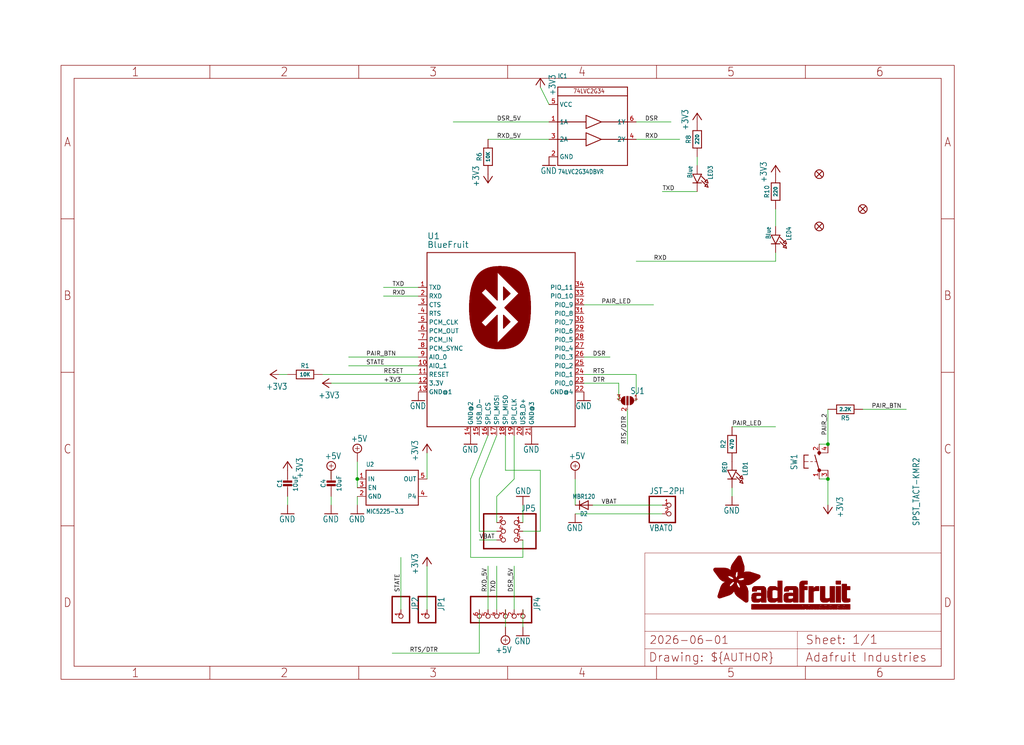
<source format=kicad_sch>
(kicad_sch (version 20230121) (generator eeschema)
  (paper "User" 298.45 217.322)
  (lib_symbols
    (symbol "working-eagle-import:+3V3" (power)
      (property "Value" "+3V3" (at -2.54 -5.08 90))
      (symbol "+3V3_1_0"
        (pin power_in line (at 0 -2.54 90) (length 2.54) (name "+3V3") (number "1"))
      )
    )
    (symbol "working-eagle-import:+5V" (power)
      (property "Value" "+5V" (at -1.905 3.175 0))
      (symbol "+5V_1_0"
        (pin power_in line (at 0 -2.54 90) (length 2.54) (name "+5V") (number "1"))
      )
    )
    (symbol "working-eagle-import:74LVC2G34DBVR"
      (property "Reference" "IC" (at -7.62 15.24 0))
      (symbol "74LVC2G34DBVR_1_0"
        (text "74LVC2G34" (at -3.175 10.795 0) (effects (font (size 1.27 1.0795)) (justify left bottom)))
        (pin input line (at -10.16 2.54 0) (length 2.54) (name "1A") (number "1"))
        (pin power_in line (at -10.16 -7.62 0) (length 2.54) (name "GND") (number "2"))
        (pin input line (at -10.16 -2.54 0) (length 2.54) (name "2A") (number "3"))
        (pin output line (at 15.24 -2.54 180) (length 2.54) (name "2Y") (number "4"))
        (pin power_in line (at -10.16 7.62 0) (length 2.54) (name "VCC") (number "5"))
        (pin output line (at 15.24 2.54 180) (length 2.54) (name "1Y") (number "6"))
      )
    )
    (symbol "working-eagle-import:BLUETOOTH_MODULE"
      (property "Reference" "U" (at -20.32 29.21 0))
      (symbol "BLUETOOTH_MODULE_1_0"
        (pin bidirectional line (at -22.86 15.24 0) (length 2.54) (name "TXD") (number "1"))
        (pin bidirectional line (at -22.86 -7.62 0) (length 2.54) (name "AIO_1") (number "10"))
        (pin bidirectional line (at -22.86 -10.16 0) (length 2.54) (name "RESET") (number "11"))
        (pin power_in line (at -22.86 -12.7 0) (length 2.54) (name "3.3V") (number "12"))
        (pin power_in line (at -22.86 -15.24 0) (length 2.54) (name "GND@1") (number "13"))
        (pin power_in line (at -7.62 -27.94 90) (length 2.54) (name "GND@2") (number "14"))
        (pin bidirectional line (at -5.08 -27.94 90) (length 2.54) (name "USB_D-") (number "15"))
        (pin bidirectional line (at -2.54 -27.94 90) (length 2.54) (name "SPI_CS") (number "16"))
        (pin bidirectional line (at 0 -27.94 90) (length 2.54) (name "SPI_MOSI") (number "17"))
        (pin bidirectional line (at 2.54 -27.94 90) (length 2.54) (name "SPI_MISO") (number "18"))
        (pin bidirectional line (at 5.08 -27.94 90) (length 2.54) (name "SPI_CLK") (number "19"))
        (pin bidirectional line (at -22.86 12.7 0) (length 2.54) (name "RXD") (number "2"))
        (pin bidirectional line (at 7.62 -27.94 90) (length 2.54) (name "USB_D+") (number "20"))
        (pin power_in line (at 10.16 -27.94 90) (length 2.54) (name "GND@3") (number "21"))
        (pin power_in line (at 25.4 -15.24 180) (length 2.54) (name "GND@4") (number "22"))
        (pin bidirectional line (at 25.4 -12.7 180) (length 2.54) (name "PIO_0") (number "23"))
        (pin bidirectional line (at 25.4 -10.16 180) (length 2.54) (name "PIO_1") (number "24"))
        (pin bidirectional line (at 25.4 -7.62 180) (length 2.54) (name "PIO_2") (number "25"))
        (pin bidirectional line (at 25.4 -5.08 180) (length 2.54) (name "PIO_3") (number "26"))
        (pin bidirectional line (at 25.4 -2.54 180) (length 2.54) (name "PIO_4") (number "27"))
        (pin bidirectional line (at 25.4 0 180) (length 2.54) (name "PIO_5") (number "28"))
        (pin bidirectional line (at 25.4 2.54 180) (length 2.54) (name "PIO_6") (number "29"))
        (pin bidirectional line (at -22.86 10.16 0) (length 2.54) (name "CTS") (number "3"))
        (pin bidirectional line (at 25.4 5.08 180) (length 2.54) (name "PIO_7") (number "30"))
        (pin bidirectional line (at 25.4 7.62 180) (length 2.54) (name "PIO_8") (number "31"))
        (pin bidirectional line (at 25.4 10.16 180) (length 2.54) (name "PIO_9") (number "32"))
        (pin bidirectional line (at 25.4 12.7 180) (length 2.54) (name "PIO_10") (number "33"))
        (pin bidirectional line (at 25.4 15.24 180) (length 2.54) (name "PIO_11") (number "34"))
        (pin bidirectional line (at -22.86 7.62 0) (length 2.54) (name "RTS") (number "4"))
        (pin bidirectional line (at -22.86 5.08 0) (length 2.54) (name "PCM_CLK") (number "5"))
        (pin bidirectional line (at -22.86 2.54 0) (length 2.54) (name "PCM_OUT") (number "6"))
        (pin bidirectional line (at -22.86 0 0) (length 2.54) (name "PCM_IN") (number "7"))
        (pin bidirectional line (at -22.86 -2.54 0) (length 2.54) (name "PCM_SYNC") (number "8"))
        (pin bidirectional line (at -22.86 -5.08 0) (length 2.54) (name "AIO_0") (number "9"))
      )
    )
    (symbol "working-eagle-import:CAP_CERAMIC0805-NOOUTLINE"
      (property "Reference" "C" (at -2.29 1.25 90))
      (symbol "CAP_CERAMIC0805-NOOUTLINE_1_0"
        (pin passive line (at 0 5.08 270) (length 2.54) (name "1") (number "1"))
        (pin passive line (at 0 -2.54 90) (length 2.54) (name "2") (number "2"))
      )
    )
    (symbol "working-eagle-import:DIODESOD-123"
      (property "Reference" "D" (at 0 2.54 0))
      (symbol "DIODESOD-123_1_0"
        (pin passive line (at -2.54 0 0) (length 2.54) (name "A") (number "A"))
        (pin passive line (at 2.54 0 180) (length 2.54) (name "C") (number "C"))
      )
    )
    (symbol "working-eagle-import:FIDUCIAL{dblquote}{dblquote}")
    (symbol "working-eagle-import:FRAME_A4_ADAFRUIT"
      (symbol "FRAME_A4_ADAFRUIT_1_0"
        (text "${#}/${##}" (at 230.505 10.16 0) (effects (font (size 2.54 2.54)) (justify left bottom)))
        (text "${AUTHOR}" (at 189.23 5.08 0) (effects (font (size 2.286 2.286)) (justify left bottom)))
        (text "${CURRENT_DATE}" (at 171.45 10.16 0) (effects (font (size 2.286 2.286)) (justify left bottom)))
        (text "${PROJECTNAME}" (at 171.45 15.24 0) (effects (font (size 2.54 2.54)) (justify left bottom)))
        (text "1" (at 21.6958 1.905 0) (effects (font (size 2.54 2.286))))
        (text "1" (at 21.6958 177.165 0) (effects (font (size 2.54 2.286))))
        (text "2" (at 65.0875 1.905 0) (effects (font (size 2.54 2.286))))
        (text "2" (at 65.0875 177.165 0) (effects (font (size 2.54 2.286))))
        (text "3" (at 108.4792 1.905 0) (effects (font (size 2.54 2.286))))
        (text "3" (at 108.4792 177.165 0) (effects (font (size 2.54 2.286))))
        (text "4" (at 151.8708 1.905 0) (effects (font (size 2.54 2.286))))
        (text "4" (at 151.8708 177.165 0) (effects (font (size 2.54 2.286))))
        (text "5" (at 195.2625 1.905 0) (effects (font (size 2.54 2.286))))
        (text "5" (at 195.2625 177.165 0) (effects (font (size 2.54 2.286))))
        (text "6" (at 238.6542 1.905 0) (effects (font (size 2.54 2.286))))
        (text "6" (at 238.6542 177.165 0) (effects (font (size 2.54 2.286))))
        (text "A" (at 1.905 156.6863 0) (effects (font (size 2.54 2.286))))
        (text "A" (at 258.445 156.6863 0) (effects (font (size 2.54 2.286))))
        (text "Adafruit Industries" (at 216.916 4.953 0) (effects (font (size 2.54 2.54)) (justify left bottom)))
        (text "B" (at 1.905 111.9188 0) (effects (font (size 2.54 2.286))))
        (text "B" (at 258.445 111.9188 0) (effects (font (size 2.54 2.286))))
        (text "C" (at 1.905 67.1513 0) (effects (font (size 2.54 2.286))))
        (text "C" (at 258.445 67.1513 0) (effects (font (size 2.54 2.286))))
        (text "D" (at 1.905 22.3838 0) (effects (font (size 2.54 2.286))))
        (text "D" (at 258.445 22.3838 0) (effects (font (size 2.54 2.286))))
        (text "Drawing:" (at 171.196 4.953 0) (effects (font (size 2.54 2.54)) (justify left bottom)))
        (text "Sheet:" (at 216.916 10.033 0) (effects (font (size 2.54 2.54)) (justify left bottom)))
      )
    )
    (symbol "working-eagle-import:GND" (power)
      (property "Value" "GND" (at -2.54 -2.54 0))
      (symbol "GND_1_0"
        (pin power_in line (at 0 2.54 270) (length 2.54) (name "GND") (number "1"))
      )
    )
    (symbol "working-eagle-import:HEADER-2X3"
      (property "Reference" "JP" (at -8.89 5.715 0))
      (symbol "HEADER-2X3_1_0"
        (pin passive inverted (at -5.08 2.54 0) (length 2.54) (name "1") (number "1"))
        (pin passive inverted (at 2.54 2.54 180) (length 2.54) (name "2") (number "2"))
        (pin passive inverted (at -5.08 0 0) (length 2.54) (name "3") (number "3"))
        (pin passive inverted (at 2.54 0 180) (length 2.54) (name "4") (number "4"))
        (pin passive inverted (at -5.08 -2.54 0) (length 2.54) (name "5") (number "5"))
        (pin passive inverted (at 2.54 -2.54 180) (length 2.54) (name "6") (number "6"))
      )
    )
    (symbol "working-eagle-import:JST_2PIN-SMT-RA"
      (property "Reference" "CN" (at -6.35 5.715 0))
      (symbol "JST_2PIN-SMT-RA_1_0"
        (pin passive inverted (at -2.54 0 0) (length 2.54) (name "2") (number "1"))
        (pin passive inverted (at -2.54 2.54 0) (length 2.54) (name "1") (number "2"))
      )
    )
    (symbol "working-eagle-import:LED0805_NOOUTLINE"
      (property "Reference" "LED" (at -5.08 3.175 0))
      (symbol "LED0805_NOOUTLINE_1_0"
        (pin passive line (at -5.08 0 0) (length 2.54) (name "A") (number "A"))
        (pin passive line (at 2.54 0 180) (length 2.54) (name "C") (number "C"))
      )
    )
    (symbol "working-eagle-import:PINHD-1X1CB"
      (property "Reference" "JP" (at -6.35 3.175 0))
      (symbol "PINHD-1X1CB_1_0"
        (pin passive inverted (at -2.54 0 0) (length 2.54) (name "1") (number "1"))
      )
    )
    (symbol "working-eagle-import:PINHD-1X6B"
      (property "Reference" "JP" (at -6.35 10.795 0))
      (symbol "PINHD-1X6B_1_0"
        (pin passive inverted (at -2.54 7.62 0) (length 2.54) (name "1") (number "1"))
        (pin passive inverted (at -2.54 5.08 0) (length 2.54) (name "2") (number "2"))
        (pin passive inverted (at -2.54 2.54 0) (length 2.54) (name "3") (number "3"))
        (pin passive inverted (at -2.54 0 0) (length 2.54) (name "4") (number "4"))
        (pin passive inverted (at -2.54 -2.54 0) (length 2.54) (name "5") (number "5"))
        (pin passive inverted (at -2.54 -5.08 0) (length 2.54) (name "6") (number "6"))
      )
    )
    (symbol "working-eagle-import:RESISTOR0805_NOOUTLINE"
      (property "Reference" "R" (at 0 2.54 0))
      (symbol "RESISTOR0805_NOOUTLINE_1_0"
        (pin passive line (at -5.08 0 0) (length 2.54) (name "1") (number "1"))
        (pin passive line (at 5.08 0 180) (length 2.54) (name "2") (number "2"))
      )
    )
    (symbol "working-eagle-import:RESISTOR_0805MP"
      (property "Reference" "R" (at 0 2.54 0))
      (symbol "RESISTOR_0805MP_1_0"
        (pin passive line (at -5.08 0 0) (length 2.54) (name "1") (number "1"))
        (pin passive line (at 5.08 0 180) (length 2.54) (name "2") (number "2"))
      )
    )
    (symbol "working-eagle-import:SOLDERJUMPER_2WAY"
      (property "Reference" "SJ" (at -5.08 -3.81 0))
      (symbol "SOLDERJUMPER_2WAY_1_0"
        (pin passive line (at -2.54 0 0) (length 0) (name "1") (number "1"))
        (pin passive line (at 0 2.54 270) (length 0) (name "2") (number "2"))
        (pin passive line (at 2.54 0 180) (length 0) (name "3") (number "3"))
      )
    )
    (symbol "working-eagle-import:SPST_TACT-KMR2"
      (property "Reference" "SW" (at -6.35 -2.54 90))
      (symbol "SPST_TACT-KMR2_1_0"
        (pin passive line (at 0 -5.08 90) (length 2.54) (name "P") (number "1"))
        (pin passive line (at 0 5.08 270) (length 2.54) (name "S") (number "2"))
        (pin passive line (at 2.54 -5.08 90) (length 2.54) (name "P1") (number "3"))
        (pin passive line (at 2.54 5.08 270) (length 2.54) (name "S1") (number "4"))
      )
    )
    (symbol "working-eagle-import:VREG_SOT23-5"
      (property "Reference" "U" (at -7.62 6.096 0))
      (symbol "VREG_SOT23-5_1_0"
        (pin power_in line (at -10.16 2.54 0) (length 2.54) (name "IN") (number "1"))
        (pin power_in line (at -10.16 -2.54 0) (length 2.54) (name "GND") (number "2"))
        (pin input line (at -10.16 0 0) (length 2.54) (name "EN") (number "3"))
        (pin bidirectional line (at 10.16 -2.54 180) (length 2.54) (name "P4") (number "4"))
        (pin power_in line (at 10.16 2.54 180) (length 2.54) (name "OUT") (number "5"))
      )
    )
  )
  (junction (at 241.3 129.54))
  (junction (at 104.14 139.7))
  (junction (at 241.3 139.7))
  (wire (pts (xy 213.36 144.78) (xy 213.36 142.24)) (stroke (width 0.1524)))
  (wire (pts (xy 121.92 109.22) (xy 93.98 109.22)) (stroke (width 0.1524)))
  (wire (pts (xy 147.32 182.88) (xy 147.32 177.8)) (stroke (width 0.1524)))
  (wire (pts (xy 139.7 177.8) (xy 139.7 190.5)) (stroke (width 0.1524)))
  (wire (pts (xy 152.4 182.88) (xy 152.4 177.8)) (stroke (width 0.1524)))
  (wire (pts (xy 180.34 111.76) (xy 170.18 111.76)) (stroke (width 0.1524)))
  (wire (pts (xy 139.7 139.7) (xy 144.78 127)) (stroke (width 0.1524)))
  (wire (pts (xy 152.4 157.48) (xy 152.4 162.56)) (stroke (width 0.1524)))
  (wire (pts (xy 139.7 190.5) (xy 114.3 190.5)) (stroke (width 0.1524)))
  (wire (pts (xy 203.2 55.88) (xy 193.04 55.88)) (stroke (width 0.1524)))
  (wire (pts (xy 203.2 48.26) (xy 203.2 45.72)) (stroke (width 0.1524)))
  (wire (pts (xy 147.32 137.16) (xy 147.32 127)) (stroke (width 0.1524)))
  (wire (pts (xy 96.52 111.76) (xy 121.92 111.76)) (stroke (width 0.1524)))
  (wire (pts (xy 121.92 86.36) (xy 111.76 86.36)) (stroke (width 0.1524)))
  (wire (pts (xy 157.48 25.4) (xy 160.02 30.48)) (stroke (width 0.1524)))
  (wire (pts (xy 144.78 144.78) (xy 149.86 139.7)) (stroke (width 0.1524)))
  (wire (pts (xy 144.78 177.8) (xy 144.78 165.1)) (stroke (width 0.1524)))
  (wire (pts (xy 241.3 147.32) (xy 241.3 139.7)) (stroke (width 0.1524)))
  (wire (pts (xy 139.7 154.94) (xy 144.78 154.94)) (stroke (width 0.1524)))
  (wire (pts (xy 180.34 111.76) (xy 180.34 116.84)) (stroke (width 0.1524)))
  (wire (pts (xy 83.82 109.22) (xy 81.28 109.22)) (stroke (width 0.1524)))
  (wire (pts (xy 104.14 139.7) (xy 104.14 142.24)) (stroke (width 0.1524)))
  (wire (pts (xy 137.16 162.56) (xy 137.16 139.7)) (stroke (width 0.1524)))
  (wire (pts (xy 182.88 119.38) (xy 182.88 129.54)) (stroke (width 0.1524)))
  (wire (pts (xy 160.02 40.64) (xy 142.24 40.64)) (stroke (width 0.1524)))
  (wire (pts (xy 213.36 124.46) (xy 226.06 124.46)) (stroke (width 0.1524)))
  (wire (pts (xy 226.06 76.2) (xy 185.42 76.2)) (stroke (width 0.1524)))
  (wire (pts (xy 241.3 129.54) (xy 241.3 119.38)) (stroke (width 0.1524)))
  (wire (pts (xy 144.78 152.4) (xy 144.78 144.78)) (stroke (width 0.1524)))
  (wire (pts (xy 157.48 137.16) (xy 157.48 154.94)) (stroke (width 0.1524)))
  (wire (pts (xy 167.64 139.7) (xy 167.64 147.32)) (stroke (width 0.1524)))
  (wire (pts (xy 185.42 35.56) (xy 195.58 35.56)) (stroke (width 0.1524)))
  (wire (pts (xy 142.24 177.8) (xy 142.24 165.1)) (stroke (width 0.1524)))
  (wire (pts (xy 121.92 106.68) (xy 101.6 106.68)) (stroke (width 0.1524)))
  (wire (pts (xy 149.86 139.7) (xy 149.86 127)) (stroke (width 0.1524)))
  (wire (pts (xy 152.4 147.32) (xy 152.4 152.4)) (stroke (width 0.1524)))
  (wire (pts (xy 124.46 165.1) (xy 124.46 177.8)) (stroke (width 0.1524)))
  (wire (pts (xy 251.46 119.38) (xy 264.16 119.38)) (stroke (width 0.1524)))
  (wire (pts (xy 170.18 104.14) (xy 177.8 104.14)) (stroke (width 0.1524)))
  (wire (pts (xy 104.14 134.62) (xy 104.14 139.7)) (stroke (width 0.1524)))
  (wire (pts (xy 167.64 149.86) (xy 193.04 149.86)) (stroke (width 0.1524)))
  (wire (pts (xy 104.14 147.32) (xy 104.14 144.78)) (stroke (width 0.1524)))
  (wire (pts (xy 238.76 129.54) (xy 241.3 129.54)) (stroke (width 0.1524)))
  (wire (pts (xy 96.52 147.32) (xy 96.52 144.78)) (stroke (width 0.1524)))
  (wire (pts (xy 149.86 177.8) (xy 149.86 165.1)) (stroke (width 0.1524)))
  (wire (pts (xy 144.78 157.48) (xy 139.7 157.48)) (stroke (width 0.1524)))
  (wire (pts (xy 121.92 83.82) (xy 111.76 83.82)) (stroke (width 0.1524)))
  (wire (pts (xy 147.32 137.16) (xy 157.48 137.16)) (stroke (width 0.1524)))
  (wire (pts (xy 157.48 154.94) (xy 152.4 154.94)) (stroke (width 0.1524)))
  (wire (pts (xy 170.18 88.9) (xy 190.5 88.9)) (stroke (width 0.1524)))
  (wire (pts (xy 96.52 139.7) (xy 96.52 137.16)) (stroke (width 0.1524)))
  (wire (pts (xy 226.06 66.04) (xy 226.06 60.96)) (stroke (width 0.1524)))
  (wire (pts (xy 116.84 177.8) (xy 116.84 162.56)) (stroke (width 0.1524)))
  (wire (pts (xy 238.76 139.7) (xy 241.3 139.7)) (stroke (width 0.1524)))
  (wire (pts (xy 185.42 109.22) (xy 185.42 116.84)) (stroke (width 0.1524)))
  (wire (pts (xy 226.06 76.2) (xy 226.06 73.66)) (stroke (width 0.1524)))
  (wire (pts (xy 132.08 35.56) (xy 160.02 35.56)) (stroke (width 0.1524)))
  (wire (pts (xy 121.92 104.14) (xy 101.6 104.14)) (stroke (width 0.1524)))
  (wire (pts (xy 124.46 132.08) (xy 124.46 139.7)) (stroke (width 0.1524)))
  (wire (pts (xy 172.72 147.32) (xy 193.04 147.32)) (stroke (width 0.1524)))
  (wire (pts (xy 185.42 40.64) (xy 198.12 40.64)) (stroke (width 0.1524)))
  (wire (pts (xy 139.7 139.7) (xy 139.7 154.94)) (stroke (width 0.1524)))
  (wire (pts (xy 83.82 147.32) (xy 83.82 144.78)) (stroke (width 0.1524)))
  (wire (pts (xy 170.18 109.22) (xy 185.42 109.22)) (stroke (width 0.1524)))
  (wire (pts (xy 142.24 127) (xy 137.16 139.7)) (stroke (width 0.1524)))
  (wire (pts (xy 152.4 162.56) (xy 137.16 162.56)) (stroke (width 0.1524)))
  (label "STATE" (at 106.68 106.68 0) (effects (font (size 1.2446 1.2446))))
  (label "PAIR_2" (at 241.3 127 90) (effects (font (size 1.2446 1.2446))))
  (label "DSR" (at 172.72 104.14 0) (effects (font (size 1.2446 1.2446))))
  (label "TXD" (at 144.78 172.72 90) (effects (font (size 1.2446 1.2446))))
  (label "RXD" (at 190.5 76.2 0) (effects (font (size 1.2446 1.2446))))
  (label "VBAT" (at 139.7 157.48 0) (effects (font (size 1.2446 1.2446))))
  (label "STATE" (at 116.84 172.72 90) (effects (font (size 1.2446 1.2446))))
  (label "DTR" (at 172.72 111.76 0) (effects (font (size 1.2446 1.2446))))
  (label "DSR" (at 187.96 35.56 0) (effects (font (size 1.2446 1.2446))))
  (label "RTS/DTR" (at 182.88 129.54 90) (effects (font (size 1.2446 1.2446))))
  (label "PAIR_BTN" (at 106.68 104.14 0) (effects (font (size 1.2446 1.2446))))
  (label "DSR_5V" (at 149.86 172.72 90) (effects (font (size 1.2446 1.2446))))
  (label "TXD" (at 193.04 55.88 0) (effects (font (size 1.2446 1.2446))))
  (label "PAIR_LED" (at 213.36 124.46 0) (effects (font (size 1.2446 1.2446))))
  (label "RXD_5V" (at 144.78 40.64 0) (effects (font (size 1.2446 1.2446))))
  (label "RXD_5V" (at 142.24 172.72 90) (effects (font (size 1.2446 1.2446))))
  (label "+3V3" (at 111.76 111.76 0) (effects (font (size 1.2446 1.2446))))
  (label "TXD" (at 114.3 83.82 0) (effects (font (size 1.2446 1.2446))))
  (label "PAIR_LED" (at 175.26 88.9 0) (effects (font (size 1.2446 1.2446))))
  (label "DSR_5V" (at 144.78 35.56 0) (effects (font (size 1.2446 1.2446))))
  (label "RXD" (at 114.3 86.36 0) (effects (font (size 1.2446 1.2446))))
  (label "RESET" (at 111.76 109.22 0) (effects (font (size 1.2446 1.2446))))
  (label "RTS/DTR" (at 119.38 190.5 0) (effects (font (size 1.2446 1.2446))))
  (label "RTS" (at 172.72 109.22 0) (effects (font (size 1.2446 1.2446))))
  (label "PAIR_BTN" (at 254 119.38 0) (effects (font (size 1.2446 1.2446))))
  (label "RXD" (at 187.96 40.64 0) (effects (font (size 1.2446 1.2446))))
  (label "VBAT" (at 175.26 147.32 0) (effects (font (size 1.2446 1.2446))))
  (symbol (lib_id "working-eagle-import:LED0805_NOOUTLINE") (at 203.2 53.34 270) (unit 1)
    (property "Reference" "LED3" (at 206.375 48.26 0) (effects (font (size 1.27 1.0795)) (justify left bottom)))
    (property "Value" "Blue" (at 200.406 48.26 0) (effects (font (size 1.27 1.0795)) (justify left bottom)))
    (property "Footprint" "working:CHIPLED_0805_NOOUTLINE" (effects hide))
  )
  (symbol (lib_id "working-eagle-import:GND") (at 160.02 48.26 0) (unit 1)
    (property "Reference" "#GND12" (effects hide))
    (property "Value" "GND" (at 157.48 50.8 0) (effects (font (size 1.778 1.5113)) (justify left bottom)))
  )
  (symbol (lib_id "working-eagle-import:74LVC2G34DBVR") (at 170.18 38.1 0) (unit 1)
    (property "Reference" "IC1" (at 162.56 22.86 0) (effects (font (size 1.27 1.0795)) (justify left bottom)))
    (property "Value" "74LVC2G34DBVR" (at 162.56 50.8 0) (effects (font (size 1.27 1.0795)) (justify left bottom)))
    (property "Footprint" "working:SOT23-6" (effects hide))
  )
  (symbol (lib_id "working-eagle-import:DIODESOD-123") (at 170.18 147.32 180) (unit 1)
    (property "Reference" "D2" (at 170.18 149.86 0) (effects (font (size 1.27 1.0795))))
    (property "Value" "MBR120" (at 170.18 144.82 0) (effects (font (size 1.27 1.0795))))
    (property "Footprint" "working:SOD-123" (effects hide))
  )
  (symbol (lib_id "working-eagle-import:+3V3") (at 241.3 149.86 180) (unit 1)
    (property "Reference" "#+3V7" (effects hide))
    (property "Value" "+3V3" (at 243.84 144.78 90) (effects (font (size 1.778 1.5113)) (justify left bottom)))
  )
  (symbol (lib_id "working-eagle-import:GND") (at 213.36 147.32 0) (unit 1)
    (property "Reference" "#GND10" (effects hide))
    (property "Value" "GND" (at 210.82 149.86 0) (effects (font (size 1.778 1.5113)) (justify left bottom)))
  )
  (symbol (lib_id "working-eagle-import:GND") (at 152.4 185.42 0) (unit 1)
    (property "Reference" "#GND9" (effects hide))
    (property "Value" "GND" (at 149.86 187.96 0) (effects (font (size 1.778 1.5113)) (justify left bottom)))
  )
  (symbol (lib_id "working-eagle-import:LED0805_NOOUTLINE") (at 226.06 71.12 270) (unit 1)
    (property "Reference" "LED4" (at 229.235 66.04 0) (effects (font (size 1.27 1.0795)) (justify left bottom)))
    (property "Value" "Blue" (at 223.266 66.04 0) (effects (font (size 1.27 1.0795)) (justify left bottom)))
    (property "Footprint" "working:CHIPLED_0805_NOOUTLINE" (effects hide))
  )
  (symbol (lib_id "working-eagle-import:RESISTOR0805_NOOUTLINE") (at 213.36 129.54 90) (unit 1)
    (property "Reference" "R2" (at 210.82 129.54 0))
    (property "Value" "470" (at 213.36 129.54 0) (effects (font (size 1.016 1.016) bold)))
    (property "Footprint" "working:0805-NO" (effects hide))
  )
  (symbol (lib_id "working-eagle-import:BLUETOOTH_MODULE") (at 144.78 99.06 0) (unit 1)
    (property "Reference" "U1" (at 124.46 69.85 0) (effects (font (size 1.778 1.778)) (justify left bottom)))
    (property "Value" "BlueFruit" (at 124.46 72.39 0) (effects (font (size 1.778 1.778)) (justify left bottom)))
    (property "Footprint" "working:BLUETOOTH_MODULE" (effects hide))
  )
  (symbol (lib_id "working-eagle-import:GND") (at 154.94 129.54 0) (unit 1)
    (property "Reference" "#GND2" (effects hide))
    (property "Value" "GND" (at 152.4 132.08 0) (effects (font (size 1.778 1.5113)) (justify left bottom)))
  )
  (symbol (lib_id "working-eagle-import:RESISTOR_0805MP") (at 142.24 45.72 90) (unit 1)
    (property "Reference" "R6" (at 139.7 45.72 0))
    (property "Value" "10K" (at 142.24 45.72 0) (effects (font (size 1.016 1.016) bold)))
    (property "Footprint" "working:_0805MP" (effects hide))
  )
  (symbol (lib_id "working-eagle-import:GND") (at 137.16 129.54 0) (unit 1)
    (property "Reference" "#GND1" (effects hide))
    (property "Value" "GND" (at 134.62 132.08 0) (effects (font (size 1.778 1.5113)) (justify left bottom)))
  )
  (symbol (lib_id "working-eagle-import:PINHD-1X1CB") (at 116.84 180.34 270) (unit 1)
    (property "Reference" "JP2" (at 120.015 173.99 0) (effects (font (size 1.778 1.5113)) (justify left bottom)))
    (property "Value" "PINHD-1X1CB" (effects hide))
    (property "Footprint" "working:1X01-CLEANBIG" (effects hide))
  )
  (symbol (lib_id "working-eagle-import:FIDUCIAL{dblquote}{dblquote}") (at 251.46 60.96 0) (unit 1)
    (property "Reference" "FID1" (effects hide))
    (property "Value" "FIDUCIAL{dblquote}{dblquote}" (effects hide))
    (property "Footprint" "working:FIDUCIAL_1MM" (effects hide))
  )
  (symbol (lib_id "working-eagle-import:+3V3") (at 124.46 129.54 0) (unit 1)
    (property "Reference" "#+3V1" (effects hide))
    (property "Value" "+3V3" (at 121.92 134.62 90) (effects (font (size 1.778 1.5113)) (justify left bottom)))
  )
  (symbol (lib_id "working-eagle-import:GND") (at 83.82 149.86 0) (unit 1)
    (property "Reference" "#GND8" (effects hide))
    (property "Value" "GND" (at 81.28 152.4 0) (effects (font (size 1.778 1.5113)) (justify left bottom)))
  )
  (symbol (lib_id "working-eagle-import:+3V3") (at 142.24 53.34 0) (mirror x) (unit 1)
    (property "Reference" "#+3V10" (effects hide))
    (property "Value" "+3V3" (at 139.7 48.26 90) (effects (font (size 1.778 1.5113)) (justify left bottom)))
  )
  (symbol (lib_id "working-eagle-import:PINHD-1X1CB") (at 124.46 180.34 270) (unit 1)
    (property "Reference" "JP1" (at 127.635 173.99 0) (effects (font (size 1.778 1.5113)) (justify left bottom)))
    (property "Value" "PINHD-1X1CB" (effects hide))
    (property "Footprint" "working:1X01-CLEANBIG" (effects hide))
  )
  (symbol (lib_id "working-eagle-import:RESISTOR0805_NOOUTLINE") (at 203.2 40.64 90) (unit 1)
    (property "Reference" "R8" (at 200.66 40.64 0))
    (property "Value" "220" (at 203.2 40.64 0) (effects (font (size 1.016 1.016) bold)))
    (property "Footprint" "working:0805-NO" (effects hide))
  )
  (symbol (lib_id "working-eagle-import:+5V") (at 167.64 137.16 0) (unit 1)
    (property "Reference" "#SUPPLY4" (effects hide))
    (property "Value" "+5V" (at 165.735 133.985 0) (effects (font (size 1.778 1.5113)) (justify left bottom)))
  )
  (symbol (lib_id "working-eagle-import:GND") (at 96.52 149.86 0) (unit 1)
    (property "Reference" "#GND7" (effects hide))
    (property "Value" "GND" (at 93.98 152.4 0) (effects (font (size 1.778 1.5113)) (justify left bottom)))
  )
  (symbol (lib_id "working-eagle-import:HEADER-2X3") (at 147.32 154.94 0) (mirror y) (unit 1)
    (property "Reference" "JP5" (at 156.21 149.225 0) (effects (font (size 1.778 1.5113)) (justify left bottom)))
    (property "Value" "HEADER-2X3" (effects hide))
    (property "Footprint" "working:2X03_ROUND_70MIL" (effects hide))
  )
  (symbol (lib_id "working-eagle-import:LED0805_NOOUTLINE") (at 213.36 139.7 270) (unit 1)
    (property "Reference" "LED1" (at 216.535 134.62 0) (effects (font (size 1.27 1.0795)) (justify left bottom)))
    (property "Value" "RED" (at 210.566 134.62 0) (effects (font (size 1.27 1.0795)) (justify left bottom)))
    (property "Footprint" "working:CHIPLED_0805_NOOUTLINE" (effects hide))
  )
  (symbol (lib_id "working-eagle-import:+5V") (at 96.52 137.16 0) (unit 1)
    (property "Reference" "#SUPPLY3" (effects hide))
    (property "Value" "+5V" (at 94.615 133.985 0) (effects (font (size 1.778 1.5113)) (justify left bottom)))
  )
  (symbol (lib_id "working-eagle-import:CAP_CERAMIC0805-NOOUTLINE") (at 96.52 142.24 0) (unit 1)
    (property "Reference" "C4" (at 94.23 140.99 90))
    (property "Value" "10uF" (at 98.82 140.99 90))
    (property "Footprint" "working:0805-NO" (effects hide))
  )
  (symbol (lib_id "working-eagle-import:SPST_TACT-KMR2") (at 238.76 134.62 0) (unit 1)
    (property "Reference" "SW1" (at 232.41 137.16 90) (effects (font (size 1.778 1.5113)) (justify left bottom)))
    (property "Value" "SPST_TACT-KMR2" (at 266.065 133.35 90) (effects (font (size 1.778 1.5113)) (justify right top)))
    (property "Footprint" "working:KMR2" (effects hide))
  )
  (symbol (lib_id "working-eagle-import:FRAME_A4_ADAFRUIT") (at 17.78 198.12 0) (unit 1)
    (property "Reference" "#U$1" (effects hide))
    (property "Value" "FRAME_A4_ADAFRUIT" (effects hide))
  )
  (symbol (lib_id "working-eagle-import:RESISTOR0805_NOOUTLINE") (at 226.06 55.88 90) (unit 1)
    (property "Reference" "R10" (at 223.52 55.88 0))
    (property "Value" "220" (at 226.06 55.88 0) (effects (font (size 1.016 1.016) bold)))
    (property "Footprint" "working:0805-NO" (effects hide))
  )
  (symbol (lib_id "working-eagle-import:PINHD-1X6B") (at 144.78 180.34 270) (unit 1)
    (property "Reference" "JP4" (at 155.575 173.99 0) (effects (font (size 1.778 1.5113)) (justify left bottom)))
    (property "Value" "PINHD-1X6B" (effects hide))
    (property "Footprint" "working:1X06-BIG" (effects hide))
  )
  (symbol (lib_id "working-eagle-import:+3V3") (at 157.48 22.86 0) (mirror y) (unit 1)
    (property "Reference" "#+3V9" (effects hide))
    (property "Value" "+3V3" (at 160.02 27.94 90) (effects (font (size 1.778 1.5113)) (justify left bottom)))
  )
  (symbol (lib_id "working-eagle-import:GND") (at 170.18 116.84 0) (unit 1)
    (property "Reference" "#GND3" (effects hide))
    (property "Value" "GND" (at 167.64 119.38 0) (effects (font (size 1.778 1.5113)) (justify left bottom)))
  )
  (symbol (lib_id "working-eagle-import:+5V") (at 147.32 185.42 180) (unit 1)
    (property "Reference" "#SUPPLY5" (effects hide))
    (property "Value" "+5V" (at 149.225 188.595 0) (effects (font (size 1.778 1.5113)) (justify left bottom)))
  )
  (symbol (lib_id "working-eagle-import:CAP_CERAMIC0805-NOOUTLINE") (at 83.82 142.24 0) (unit 1)
    (property "Reference" "C1" (at 81.53 140.99 90))
    (property "Value" "10uF" (at 86.12 140.99 90))
    (property "Footprint" "working:0805-NO" (effects hide))
  )
  (symbol (lib_id "working-eagle-import:GND") (at 121.92 116.84 0) (unit 1)
    (property "Reference" "#GND4" (effects hide))
    (property "Value" "GND" (at 119.38 119.38 0) (effects (font (size 1.778 1.5113)) (justify left bottom)))
  )
  (symbol (lib_id "working-eagle-import:RESISTOR0805_NOOUTLINE") (at 246.38 119.38 180) (unit 1)
    (property "Reference" "R5" (at 246.38 121.92 0))
    (property "Value" "2.2K" (at 246.38 119.38 0) (effects (font (size 1.016 1.016) bold)))
    (property "Footprint" "working:0805-NO" (effects hide))
  )
  (symbol (lib_id "working-eagle-import:+3V3") (at 203.2 33.02 0) (unit 1)
    (property "Reference" "#+3V4" (effects hide))
    (property "Value" "+3V3" (at 200.66 38.1 90) (effects (font (size 1.778 1.5113)) (justify left bottom)))
  )
  (symbol (lib_id "working-eagle-import:+3V3") (at 124.46 162.56 0) (unit 1)
    (property "Reference" "#+3V5" (effects hide))
    (property "Value" "+3V3" (at 121.92 167.64 90) (effects (font (size 1.778 1.5113)) (justify left bottom)))
  )
  (symbol (lib_id "working-eagle-import:FIDUCIAL{dblquote}{dblquote}") (at 238.76 66.04 0) (unit 1)
    (property "Reference" "FID3" (effects hide))
    (property "Value" "FIDUCIAL{dblquote}{dblquote}" (effects hide))
    (property "Footprint" "working:FIDUCIAL_1MM" (effects hide))
  )
  (symbol (lib_id "working-eagle-import:FIDUCIAL{dblquote}{dblquote}") (at 238.76 50.8 0) (unit 1)
    (property "Reference" "FID2" (effects hide))
    (property "Value" "FIDUCIAL{dblquote}{dblquote}" (effects hide))
    (property "Footprint" "working:FIDUCIAL_1MM" (effects hide))
  )
  (symbol (lib_id "working-eagle-import:JST_2PIN-SMT-RA") (at 195.58 147.32 0) (mirror x) (unit 1)
    (property "Reference" "VBAT0" (at 189.23 153.035 0) (effects (font (size 1.778 1.5113)) (justify left bottom)))
    (property "Value" "JST-2PH" (at 189.23 142.24 0) (effects (font (size 1.778 1.5113)) (justify left bottom)))
    (property "Footprint" "working:JST-PH-2-SMT-RA" (effects hide))
  )
  (symbol (lib_id "working-eagle-import:+3V3") (at 226.06 48.26 0) (unit 1)
    (property "Reference" "#+3V8" (effects hide))
    (property "Value" "+3V3" (at 223.52 53.34 90) (effects (font (size 1.778 1.5113)) (justify left bottom)))
  )
  (symbol (lib_id "working-eagle-import:VREG_SOT23-5") (at 114.3 142.24 0) (unit 1)
    (property "Reference" "U2" (at 106.68 136.144 0) (effects (font (size 1.27 1.0795)) (justify left bottom)))
    (property "Value" "MIC5225-3.3" (at 106.68 149.86 0) (effects (font (size 1.27 1.0795)) (justify left bottom)))
    (property "Footprint" "working:SOT23-5" (effects hide))
  )
  (symbol (lib_id "working-eagle-import:RESISTOR0805_NOOUTLINE") (at 88.9 109.22 0) (unit 1)
    (property "Reference" "R1" (at 88.9 106.68 0))
    (property "Value" "10K" (at 88.9 109.22 0) (effects (font (size 1.016 1.016) bold)))
    (property "Footprint" "working:0805-NO" (effects hide))
  )
  (symbol (lib_id "working-eagle-import:SOLDERJUMPER_2WAY") (at 182.88 116.84 180) (unit 1)
    (property "Reference" "SJ1" (at 187.96 113.03 0) (effects (font (size 1.778 1.5113)) (justify left bottom)))
    (property "Value" "SOLDERJUMPER_2WAY" (effects hide))
    (property "Footprint" "working:SOLDERJUMPER_2WAY_OPEN_NOPASTE" (effects hide))
  )
  (symbol (lib_id "working-eagle-import:GND") (at 104.14 149.86 0) (unit 1)
    (property "Reference" "#GND6" (effects hide))
    (property "Value" "GND" (at 101.6 152.4 0) (effects (font (size 1.778 1.5113)) (justify left bottom)))
  )
  (symbol (lib_id "working-eagle-import:+3V3") (at 78.74 109.22 90) (unit 1)
    (property "Reference" "#+3V6" (effects hide))
    (property "Value" "+3V3" (at 83.82 111.76 90) (effects (font (size 1.778 1.5113)) (justify left bottom)))
  )
  (symbol (lib_id "working-eagle-import:+3V3") (at 93.98 111.76 90) (unit 1)
    (property "Reference" "#+3V3" (effects hide))
    (property "Value" "+3V3" (at 99.06 114.3 90) (effects (font (size 1.778 1.5113)) (justify left bottom)))
  )
  (symbol (lib_id "working-eagle-import:GND") (at 152.4 144.78 180) (unit 1)
    (property "Reference" "#GND5" (effects hide))
    (property "Value" "GND" (at 154.94 142.24 0) (effects (font (size 1.778 1.5113)) (justify left bottom)))
  )
  (symbol (lib_id "working-eagle-import:+5V") (at 104.14 132.08 0) (unit 1)
    (property "Reference" "#SUPPLY2" (effects hide))
    (property "Value" "+5V" (at 102.235 128.905 0) (effects (font (size 1.778 1.5113)) (justify left bottom)))
  )
  (symbol (lib_id "working-eagle-import:GND") (at 167.64 152.4 0) (unit 1)
    (property "Reference" "#GND14" (effects hide))
    (property "Value" "GND" (at 165.1 154.94 0) (effects (font (size 1.778 1.5113)) (justify left bottom)))
  )
  (symbol (lib_id "working-eagle-import:+3V3") (at 83.82 134.62 0) (mirror y) (unit 1)
    (property "Reference" "#+3V2" (effects hide))
    (property "Value" "+3V3" (at 86.36 139.7 90) (effects (font (size 1.778 1.5113)) (justify left bottom)))
  )
)
</source>
